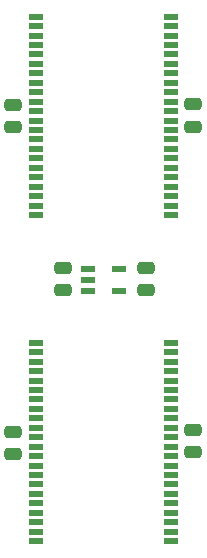
<source format=gtp>
%TF.GenerationSoftware,KiCad,Pcbnew,9.0.5-9.0.5~ubuntu24.04.1*%
%TF.CreationDate,2025-10-17T19:13:42+02:00*%
%TF.ProjectId,Memory 4MB,4d656d6f-7279-4203-944d-422e6b696361,V0*%
%TF.SameCoordinates,Original*%
%TF.FileFunction,Paste,Top*%
%TF.FilePolarity,Positive*%
%FSLAX46Y46*%
G04 Gerber Fmt 4.6, Leading zero omitted, Abs format (unit mm)*
G04 Created by KiCad (PCBNEW 9.0.5-9.0.5~ubuntu24.04.1) date 2025-10-17 19:13:42*
%MOMM*%
%LPD*%
G01*
G04 APERTURE LIST*
G04 Aperture macros list*
%AMRoundRect*
0 Rectangle with rounded corners*
0 $1 Rounding radius*
0 $2 $3 $4 $5 $6 $7 $8 $9 X,Y pos of 4 corners*
0 Add a 4 corners polygon primitive as box body*
4,1,4,$2,$3,$4,$5,$6,$7,$8,$9,$2,$3,0*
0 Add four circle primitives for the rounded corners*
1,1,$1+$1,$2,$3*
1,1,$1+$1,$4,$5*
1,1,$1+$1,$6,$7*
1,1,$1+$1,$8,$9*
0 Add four rect primitives between the rounded corners*
20,1,$1+$1,$2,$3,$4,$5,0*
20,1,$1+$1,$4,$5,$6,$7,0*
20,1,$1+$1,$6,$7,$8,$9,0*
20,1,$1+$1,$8,$9,$2,$3,0*%
G04 Aperture macros list end*
%ADD10RoundRect,0.250000X-0.475000X0.250000X-0.475000X-0.250000X0.475000X-0.250000X0.475000X0.250000X0*%
%ADD11R,1.150000X0.600000*%
%ADD12RoundRect,0.250000X0.475000X-0.250000X0.475000X0.250000X-0.475000X0.250000X-0.475000X-0.250000X0*%
%ADD13R,1.295000X0.600000*%
G04 APERTURE END LIST*
D10*
%TO.C,C42*%
X14889000Y-23516000D03*
X14889000Y-25416000D03*
%TD*%
D11*
%TO.C,IC36*%
X10033000Y-23627000D03*
X10033000Y-24577000D03*
X10033000Y-25527000D03*
X12633000Y-25527000D03*
X12633000Y-23627000D03*
%TD*%
D10*
%TO.C,C41*%
X7904000Y-23516000D03*
X7904000Y-25416000D03*
%TD*%
D12*
%TO.C,C13*%
X18923000Y-11602000D03*
X18923000Y-9702000D03*
%TD*%
D10*
%TO.C,C14*%
X3683000Y-37420000D03*
X3683000Y-39320000D03*
%TD*%
%TO.C,C12*%
X3683000Y-9734000D03*
X3683000Y-11634000D03*
%TD*%
D13*
%TO.C,IC1*%
X5575000Y-29878000D03*
X5575000Y-30678000D03*
X5575000Y-31478000D03*
X5575000Y-32278000D03*
X5575000Y-33078000D03*
X5575000Y-33878000D03*
X5575000Y-34678000D03*
X5575000Y-35478000D03*
X5575000Y-36278000D03*
X5575000Y-37078000D03*
X5575000Y-37878000D03*
X5575000Y-38678000D03*
X5575000Y-39478000D03*
X5575000Y-40278000D03*
X5575000Y-41078000D03*
X5575000Y-41878000D03*
X5575000Y-42678000D03*
X5575000Y-43478000D03*
X5575000Y-44278000D03*
X5575000Y-45078000D03*
X5575000Y-45878000D03*
X5575000Y-46678000D03*
X17031000Y-46678000D03*
X17031000Y-45878000D03*
X17031000Y-45078000D03*
X17031000Y-44278000D03*
X17031000Y-43478000D03*
X17031000Y-42678000D03*
X17031000Y-41878000D03*
X17031000Y-41078000D03*
X17031000Y-40278000D03*
X17031000Y-39478000D03*
X17031000Y-38678000D03*
X17031000Y-37878000D03*
X17031000Y-37078000D03*
X17031000Y-36278000D03*
X17031000Y-35478000D03*
X17031000Y-34678000D03*
X17031000Y-33878000D03*
X17031000Y-33078000D03*
X17031000Y-32278000D03*
X17031000Y-31478000D03*
X17031000Y-30678000D03*
X17031000Y-29878000D03*
%TD*%
D12*
%TO.C,C15*%
X18923000Y-39161000D03*
X18923000Y-37261000D03*
%TD*%
D13*
%TO.C,IC2*%
X5575000Y-2268000D03*
X5575000Y-3068000D03*
X5575000Y-3868000D03*
X5575000Y-4668000D03*
X5575000Y-5468000D03*
X5575000Y-6268000D03*
X5575000Y-7068000D03*
X5575000Y-7868000D03*
X5575000Y-8668000D03*
X5575000Y-9468000D03*
X5575000Y-10268000D03*
X5575000Y-11068000D03*
X5575000Y-11868000D03*
X5575000Y-12668000D03*
X5575000Y-13468000D03*
X5575000Y-14268000D03*
X5575000Y-15068000D03*
X5575000Y-15868000D03*
X5575000Y-16668000D03*
X5575000Y-17468000D03*
X5575000Y-18268000D03*
X5575000Y-19068000D03*
X17031000Y-19068000D03*
X17031000Y-18268000D03*
X17031000Y-17468000D03*
X17031000Y-16668000D03*
X17031000Y-15868000D03*
X17031000Y-15068000D03*
X17031000Y-14268000D03*
X17031000Y-13468000D03*
X17031000Y-12668000D03*
X17031000Y-11868000D03*
X17031000Y-11068000D03*
X17031000Y-10268000D03*
X17031000Y-9468000D03*
X17031000Y-8668000D03*
X17031000Y-7868000D03*
X17031000Y-7068000D03*
X17031000Y-6268000D03*
X17031000Y-5468000D03*
X17031000Y-4668000D03*
X17031000Y-3868000D03*
X17031000Y-3068000D03*
X17031000Y-2268000D03*
%TD*%
M02*

</source>
